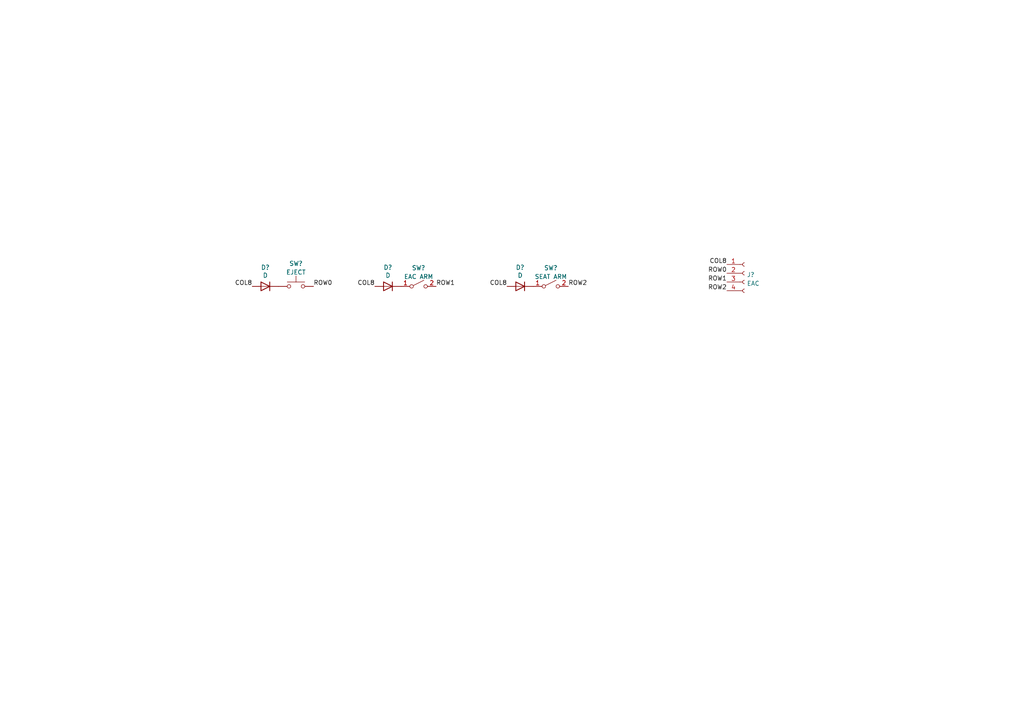
<source format=kicad_sch>
(kicad_sch (version 20211123) (generator eeschema)
  (paper "A4")
  (lib_symbols
    (symbol "Connector:Conn_01x04_Female" (pin_names (offset 1.016) hide)
      (property "Reference" "J" (at 0 5.08 0))
      (property "Value" "Conn_01x04_Female" (at 0 -7.62 0))
      (symbol "Conn_01x04_Female_1_1"
        (arc (start 0 -4.572) (mid -0.508 -5.08) (end 0 -5.588) (stroke (width 0.1524)))
        (arc (start 0 -2.032) (mid -0.508 -2.54) (end 0 -3.048) (stroke (width 0.1524)))
        (polyline (pts (xy -1.27 -5.08) (xy -0.508 -5.08)) (stroke (width 0.1524)))
        (polyline (pts (xy -1.27 -2.54) (xy -0.508 -2.54)) (stroke (width 0.1524)))
        (polyline (pts (xy -1.27 0) (xy -0.508 0)) (stroke (width 0.1524)))
        (polyline (pts (xy -1.27 2.54) (xy -0.508 2.54)) (stroke (width 0.1524)))
        (arc (start 0 0.508) (mid -0.508 0) (end 0 -0.508) (stroke (width 0.1524)))
        (arc (start 0 3.048) (mid -0.508 2.54) (end 0 2.032) (stroke (width 0.1524)))
        (pin passive line (at -5.08 2.54 0) (length 3.81) (name "Pin_1") (number "1"))
        (pin passive line (at -5.08 0 0) (length 3.81) (name "Pin_2") (number "2"))
        (pin passive line (at -5.08 -2.54 0) (length 3.81) (name "Pin_3") (number "3"))
        (pin passive line (at -5.08 -5.08 0) (length 3.81) (name "Pin_4") (number "4"))
      )
    )
    (symbol "Device:D" (pin_numbers hide) (pin_names (offset 1.016) hide)
      (property "Reference" "D" (at 0 2.54 0))
      (property "Value" "D" (at 0 -2.54 0))
      (symbol "D_0_1"
        (polyline (pts (xy -1.27 1.27) (xy -1.27 -1.27)) (stroke (width 0.254)))
        (polyline (pts (xy 1.27 0) (xy -1.27 0)))
        (polyline (pts (xy 1.27 1.27) (xy 1.27 -1.27) (xy -1.27 0) (xy 1.27 1.27)) (stroke (width 0.254)))
      )
      (symbol "D_1_1"
        (pin passive line (at -3.81 0 0) (length 2.54) (name "K") (number "1"))
        (pin passive line (at 3.81 0 180) (length 2.54) (name "A") (number "2"))
      )
    )
    (symbol "Switch:SW_Push" (pin_numbers hide) (pin_names (offset 1.016) hide)
      (property "Reference" "SW" (at 1.27 2.54 0))
      (property "Value" "SW_Push" (at 0 -1.524 0))
      (symbol "SW_Push_0_1"
        (circle (center -2.032 0) (radius 0.508))
        (polyline (pts (xy 0 1.27) (xy 0 3.048)))
        (polyline (pts (xy 2.54 1.27) (xy -2.54 1.27)))
        (circle (center 2.032 0) (radius 0.508))
        (pin passive line (at -5.08 0 0) (length 2.54) (name "1") (number "1"))
        (pin passive line (at 5.08 0 180) (length 2.54) (name "2") (number "2"))
      )
    )
    (symbol "Switch:SW_SPST" (pin_names (offset 0) hide)
      (property "Reference" "SW" (at 0 3.175 0))
      (property "Value" "SW_SPST" (at 0 -2.54 0))
      (symbol "SW_SPST_0_0"
        (circle (center -2.032 0) (radius 0.508))
        (polyline (pts (xy -1.524 0.254) (xy 1.524 1.778)))
        (circle (center 2.032 0) (radius 0.508))
      )
      (symbol "SW_SPST_1_1"
        (pin passive line (at -5.08 0 0) (length 2.54) (name "A") (number "1"))
        (pin passive line (at 5.08 0 180) (length 2.54) (name "B") (number "2"))
      )
    )
  )
  (label "COL8" (at 73.152 83.058 180))
  (label "ROW2" (at 164.846 83.058 0))
  (label "ROW2" (at 210.82 84.328 180))
  (label "COL8" (at 108.712 83.058 180))
  (label "ROW0" (at 90.932 83.058 0))
  (label "COL8" (at 210.82 76.708 180))
  (label "COL8" (at 147.066 83.058 180))
  (label "ROW1" (at 210.82 81.788 180))
  (label "ROW0" (at 210.82 79.248 180))
  (label "ROW1" (at 126.492 83.058 0))
  (symbol (lib_id "Switch:SW_SPST") (at 159.766 83.058 0) (unit 1)
    (property "Reference" "SW?" (at 159.766 77.7072 0))
    (property "Value" "SEAT ARM" (at 159.766 80.2441 0))
  )
  (symbol (lib_id "Switch:SW_Push") (at 85.852 83.058 0) (unit 1)
    (property "Reference" "SW?" (at 85.852 76.4372 0))
    (property "Value" "EJECT" (at 85.852 78.9741 0))
  )
  (symbol (lib_id "Connector:Conn_01x04_Female") (at 215.9 79.248 0) (unit 1)
    (property "Reference" "J?" (at 216.6112 79.6833 0) (effects (justify left)))
    (property "Value" "EAC" (at 216.6112 82.2202 0) (effects (justify left)))
  )
  (symbol (lib_id "Device:D") (at 150.876 83.058 0) (mirror y) (unit 1)
    (property "Reference" "D?" (at 150.876 77.5716 0))
    (property "Value" "D" (at 150.876 79.883 0))
    (property "Footprint" "PT_Library_v001:D_Signal_P7.62mm_Horizontal" (effects hide))
  )
  (symbol (lib_id "Device:D") (at 76.962 83.058 0) (mirror y) (unit 1)
    (property "Reference" "D?" (at 76.962 77.5716 0))
    (property "Value" "D" (at 76.962 79.883 0))
    (property "Footprint" "PT_Library_v001:D_Signal_P7.62mm_Horizontal" (effects hide))
  )
  (symbol (lib_id "Device:D") (at 112.522 83.058 0) (mirror y) (unit 1)
    (property "Reference" "D?" (at 112.522 77.5716 0))
    (property "Value" "D" (at 112.522 79.883 0))
    (property "Footprint" "PT_Library_v001:D_Signal_P7.62mm_Horizontal" (effects hide))
  )
  (symbol (lib_id "Switch:SW_SPST") (at 121.412 83.058 0) (unit 1)
    (property "Reference" "SW?" (at 121.412 77.7072 0))
    (property "Value" "EAC ARM" (at 121.412 80.2441 0))
  )
)
</source>
